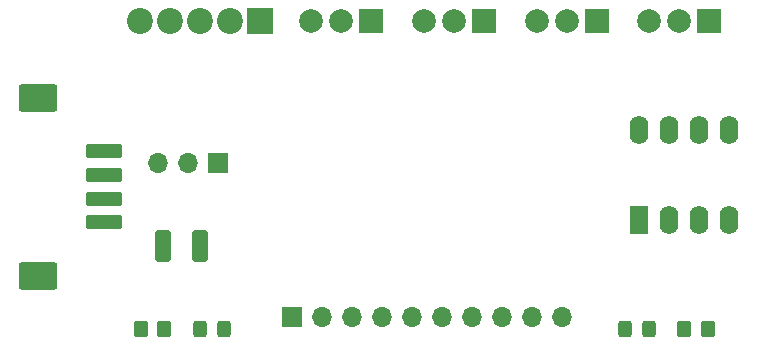
<source format=gbr>
%TF.GenerationSoftware,KiCad,Pcbnew,9.0.4*%
%TF.CreationDate,2025-09-26T20:26:33+07:00*%
%TF.ProjectId,ADS115ext,41445331-3135-4657-9874-2e6b69636164,rev?*%
%TF.SameCoordinates,Original*%
%TF.FileFunction,Soldermask,Top*%
%TF.FilePolarity,Negative*%
%FSLAX46Y46*%
G04 Gerber Fmt 4.6, Leading zero omitted, Abs format (unit mm)*
G04 Created by KiCad (PCBNEW 9.0.4) date 2025-09-26 20:26:33*
%MOMM*%
%LPD*%
G01*
G04 APERTURE LIST*
G04 Aperture macros list*
%AMRoundRect*
0 Rectangle with rounded corners*
0 $1 Rounding radius*
0 $2 $3 $4 $5 $6 $7 $8 $9 X,Y pos of 4 corners*
0 Add a 4 corners polygon primitive as box body*
4,1,4,$2,$3,$4,$5,$6,$7,$8,$9,$2,$3,0*
0 Add four circle primitives for the rounded corners*
1,1,$1+$1,$2,$3*
1,1,$1+$1,$4,$5*
1,1,$1+$1,$6,$7*
1,1,$1+$1,$8,$9*
0 Add four rect primitives between the rounded corners*
20,1,$1+$1,$2,$3,$4,$5,0*
20,1,$1+$1,$4,$5,$6,$7,0*
20,1,$1+$1,$6,$7,$8,$9,0*
20,1,$1+$1,$8,$9,$2,$3,0*%
G04 Aperture macros list end*
%ADD10RoundRect,0.250000X-1.300000X0.350000X-1.300000X-0.350000X1.300000X-0.350000X1.300000X0.350000X0*%
%ADD11RoundRect,0.250001X-1.399999X0.899999X-1.399999X-0.899999X1.399999X-0.899999X1.399999X0.899999X0*%
%ADD12RoundRect,0.250000X-0.350000X-0.450000X0.350000X-0.450000X0.350000X0.450000X-0.350000X0.450000X0*%
%ADD13R,2.000000X2.000000*%
%ADD14C,2.000000*%
%ADD15RoundRect,0.250000X-0.412500X-1.100000X0.412500X-1.100000X0.412500X1.100000X-0.412500X1.100000X0*%
%ADD16R,2.200000X2.200000*%
%ADD17C,2.200000*%
%ADD18R,1.700000X1.700000*%
%ADD19O,1.700000X1.700000*%
%ADD20R,1.600000X2.400000*%
%ADD21O,1.600000X2.400000*%
%ADD22RoundRect,0.250000X0.325000X0.450000X-0.325000X0.450000X-0.325000X-0.450000X0.325000X-0.450000X0*%
%ADD23RoundRect,0.250000X-0.325000X-0.450000X0.325000X-0.450000X0.325000X0.450000X-0.325000X0.450000X0*%
G04 APERTURE END LIST*
D10*
%TO.C, PH2.0 4P*%
X137850000Y-91000000D03*
X137850000Y-93000000D03*
X137850000Y-95000000D03*
X137850000Y-97000000D03*
D11*
X132250000Y-86480000D03*
X132250000Y-101520000D03*
%TD*%
D12*
%TO.C,R2*%
X141000000Y-106000000D03*
X143000000Y-106000000D03*
%TD*%
D13*
%TO.C,G A0 VDD*%
X160500000Y-80000000D03*
D14*
X157960000Y-80000000D03*
X155420000Y-80000000D03*
%TD*%
D15*
%TO.C,C1*%
X142875000Y-99000000D03*
X146000000Y-99000000D03*
%TD*%
D12*
%TO.C,R1*%
X187000000Y-106000000D03*
X189000000Y-106000000D03*
%TD*%
D16*
%TO.C,5V 3.3V SCL SDA GND*%
X151080000Y-80000000D03*
D17*
X148540000Y-80000000D03*
X146000000Y-80000000D03*
X143460000Y-80000000D03*
X140920000Y-80000000D03*
%TD*%
D18*
%TO.C,VDD*%
X153760000Y-105000000D03*
D19*
X156300000Y-105000000D03*
X158840000Y-105000000D03*
X161380000Y-105000000D03*
X163920000Y-105000000D03*
X166460000Y-105000000D03*
X169000000Y-105000000D03*
X171540000Y-105000000D03*
X174080000Y-105000000D03*
X176620000Y-105000000D03*
%TD*%
D20*
%TO.C,SW1*%
X183200000Y-96800000D03*
D21*
X185740000Y-96800000D03*
X188280000Y-96800000D03*
X190820000Y-96800000D03*
X190820000Y-89180000D03*
X188280000Y-89180000D03*
X185740000Y-89180000D03*
X183200000Y-89180000D03*
%TD*%
D13*
%TO.C,G A3 VDD*%
X189080000Y-80000000D03*
D14*
X186540000Y-80000000D03*
X184000000Y-80000000D03*
%TD*%
D13*
%TO.C,G A2 VDD*%
X179580000Y-80000000D03*
D14*
X177040000Y-80000000D03*
X174500000Y-80000000D03*
%TD*%
D13*
%TO.C,G A1 VDD*%
X170080000Y-80000000D03*
D14*
X167540000Y-80000000D03*
X165000000Y-80000000D03*
%TD*%
D22*
%TO.C,D1*%
X184000000Y-106000000D03*
X181950000Y-106000000D03*
%TD*%
D18*
%TO.C,J8*%
X147500000Y-92000000D03*
D19*
X144960000Y-92000000D03*
X142420000Y-92000000D03*
%TD*%
D23*
%TO.C,D2*%
X145975000Y-106000000D03*
X148025000Y-106000000D03*
%TD*%
M02*

</source>
